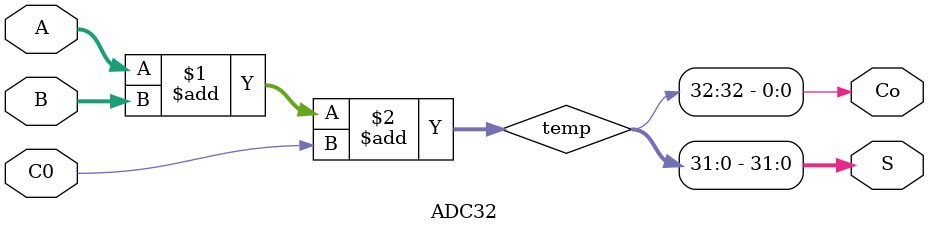
<source format=v>
`timescale 1ns / 1ps
module ADC32(
   input [31:0] A,
   input [31:0] B,
	input C0,        //C0=1¼õ·¨
   output [31:0] S, //ºÍ
	output Co        //½øÎ»
);
   wire [32:0] temp;
   assign temp = A + B + C0;
	assign S = temp[31:0];
	assign Co = temp[32];
endmodule

</source>
